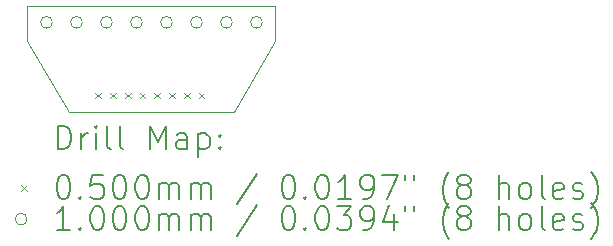
<source format=gbr>
%TF.GenerationSoftware,KiCad,Pcbnew,8.0.9*%
%TF.CreationDate,2026-01-03T01:42:26+09:00*%
%TF.ProjectId,Display,44697370-6c61-4792-9e6b-696361645f70,rev?*%
%TF.SameCoordinates,Original*%
%TF.FileFunction,Drillmap*%
%TF.FilePolarity,Positive*%
%FSLAX45Y45*%
G04 Gerber Fmt 4.5, Leading zero omitted, Abs format (unit mm)*
G04 Created by KiCad (PCBNEW 8.0.9) date 2026-01-03 01:42:26*
%MOMM*%
%LPD*%
G01*
G04 APERTURE LIST*
%ADD10C,0.050000*%
%ADD11C,0.200000*%
%ADD12C,0.100000*%
G04 APERTURE END LIST*
D10*
X15700000Y-10400000D02*
X16050000Y-9800000D01*
X16050000Y-9800000D02*
X16050000Y-9500000D01*
X13950000Y-9500000D02*
X16050000Y-9500000D01*
X13950000Y-9500000D02*
X13950000Y-9800000D01*
X14300000Y-10400000D02*
X13950000Y-9800000D01*
X14300000Y-10400000D02*
X15700000Y-10400000D01*
D11*
D12*
X14525000Y-10235000D02*
X14575000Y-10285000D01*
X14575000Y-10235000D02*
X14525000Y-10285000D01*
X14650000Y-10235000D02*
X14700000Y-10285000D01*
X14700000Y-10235000D02*
X14650000Y-10285000D01*
X14775000Y-10235000D02*
X14825000Y-10285000D01*
X14825000Y-10235000D02*
X14775000Y-10285000D01*
X14900000Y-10235000D02*
X14950000Y-10285000D01*
X14950000Y-10235000D02*
X14900000Y-10285000D01*
X15025000Y-10235000D02*
X15075000Y-10285000D01*
X15075000Y-10235000D02*
X15025000Y-10285000D01*
X15150000Y-10235000D02*
X15200000Y-10285000D01*
X15200000Y-10235000D02*
X15150000Y-10285000D01*
X15275000Y-10235000D02*
X15325000Y-10285000D01*
X15325000Y-10235000D02*
X15275000Y-10285000D01*
X15400000Y-10235000D02*
X15450000Y-10285000D01*
X15450000Y-10235000D02*
X15400000Y-10285000D01*
X14162000Y-9640000D02*
G75*
G02*
X14062000Y-9640000I-50000J0D01*
G01*
X14062000Y-9640000D02*
G75*
G02*
X14162000Y-9640000I50000J0D01*
G01*
X14416000Y-9640000D02*
G75*
G02*
X14316000Y-9640000I-50000J0D01*
G01*
X14316000Y-9640000D02*
G75*
G02*
X14416000Y-9640000I50000J0D01*
G01*
X14670000Y-9640000D02*
G75*
G02*
X14570000Y-9640000I-50000J0D01*
G01*
X14570000Y-9640000D02*
G75*
G02*
X14670000Y-9640000I50000J0D01*
G01*
X14924000Y-9640000D02*
G75*
G02*
X14824000Y-9640000I-50000J0D01*
G01*
X14824000Y-9640000D02*
G75*
G02*
X14924000Y-9640000I50000J0D01*
G01*
X15178000Y-9640000D02*
G75*
G02*
X15078000Y-9640000I-50000J0D01*
G01*
X15078000Y-9640000D02*
G75*
G02*
X15178000Y-9640000I50000J0D01*
G01*
X15432000Y-9640000D02*
G75*
G02*
X15332000Y-9640000I-50000J0D01*
G01*
X15332000Y-9640000D02*
G75*
G02*
X15432000Y-9640000I50000J0D01*
G01*
X15686000Y-9640000D02*
G75*
G02*
X15586000Y-9640000I-50000J0D01*
G01*
X15586000Y-9640000D02*
G75*
G02*
X15686000Y-9640000I50000J0D01*
G01*
X15940000Y-9640000D02*
G75*
G02*
X15840000Y-9640000I-50000J0D01*
G01*
X15840000Y-9640000D02*
G75*
G02*
X15940000Y-9640000I50000J0D01*
G01*
D11*
X14208277Y-10713984D02*
X14208277Y-10513984D01*
X14208277Y-10513984D02*
X14255896Y-10513984D01*
X14255896Y-10513984D02*
X14284467Y-10523508D01*
X14284467Y-10523508D02*
X14303515Y-10542555D01*
X14303515Y-10542555D02*
X14313039Y-10561603D01*
X14313039Y-10561603D02*
X14322562Y-10599698D01*
X14322562Y-10599698D02*
X14322562Y-10628270D01*
X14322562Y-10628270D02*
X14313039Y-10666365D01*
X14313039Y-10666365D02*
X14303515Y-10685412D01*
X14303515Y-10685412D02*
X14284467Y-10704460D01*
X14284467Y-10704460D02*
X14255896Y-10713984D01*
X14255896Y-10713984D02*
X14208277Y-10713984D01*
X14408277Y-10713984D02*
X14408277Y-10580650D01*
X14408277Y-10618746D02*
X14417801Y-10599698D01*
X14417801Y-10599698D02*
X14427324Y-10590174D01*
X14427324Y-10590174D02*
X14446372Y-10580650D01*
X14446372Y-10580650D02*
X14465420Y-10580650D01*
X14532086Y-10713984D02*
X14532086Y-10580650D01*
X14532086Y-10513984D02*
X14522562Y-10523508D01*
X14522562Y-10523508D02*
X14532086Y-10533031D01*
X14532086Y-10533031D02*
X14541610Y-10523508D01*
X14541610Y-10523508D02*
X14532086Y-10513984D01*
X14532086Y-10513984D02*
X14532086Y-10533031D01*
X14655896Y-10713984D02*
X14636848Y-10704460D01*
X14636848Y-10704460D02*
X14627324Y-10685412D01*
X14627324Y-10685412D02*
X14627324Y-10513984D01*
X14760658Y-10713984D02*
X14741610Y-10704460D01*
X14741610Y-10704460D02*
X14732086Y-10685412D01*
X14732086Y-10685412D02*
X14732086Y-10513984D01*
X14989229Y-10713984D02*
X14989229Y-10513984D01*
X14989229Y-10513984D02*
X15055896Y-10656841D01*
X15055896Y-10656841D02*
X15122562Y-10513984D01*
X15122562Y-10513984D02*
X15122562Y-10713984D01*
X15303515Y-10713984D02*
X15303515Y-10609222D01*
X15303515Y-10609222D02*
X15293991Y-10590174D01*
X15293991Y-10590174D02*
X15274943Y-10580650D01*
X15274943Y-10580650D02*
X15236848Y-10580650D01*
X15236848Y-10580650D02*
X15217801Y-10590174D01*
X15303515Y-10704460D02*
X15284467Y-10713984D01*
X15284467Y-10713984D02*
X15236848Y-10713984D01*
X15236848Y-10713984D02*
X15217801Y-10704460D01*
X15217801Y-10704460D02*
X15208277Y-10685412D01*
X15208277Y-10685412D02*
X15208277Y-10666365D01*
X15208277Y-10666365D02*
X15217801Y-10647317D01*
X15217801Y-10647317D02*
X15236848Y-10637793D01*
X15236848Y-10637793D02*
X15284467Y-10637793D01*
X15284467Y-10637793D02*
X15303515Y-10628270D01*
X15398753Y-10580650D02*
X15398753Y-10780650D01*
X15398753Y-10590174D02*
X15417801Y-10580650D01*
X15417801Y-10580650D02*
X15455896Y-10580650D01*
X15455896Y-10580650D02*
X15474943Y-10590174D01*
X15474943Y-10590174D02*
X15484467Y-10599698D01*
X15484467Y-10599698D02*
X15493991Y-10618746D01*
X15493991Y-10618746D02*
X15493991Y-10675889D01*
X15493991Y-10675889D02*
X15484467Y-10694936D01*
X15484467Y-10694936D02*
X15474943Y-10704460D01*
X15474943Y-10704460D02*
X15455896Y-10713984D01*
X15455896Y-10713984D02*
X15417801Y-10713984D01*
X15417801Y-10713984D02*
X15398753Y-10704460D01*
X15579705Y-10694936D02*
X15589229Y-10704460D01*
X15589229Y-10704460D02*
X15579705Y-10713984D01*
X15579705Y-10713984D02*
X15570182Y-10704460D01*
X15570182Y-10704460D02*
X15579705Y-10694936D01*
X15579705Y-10694936D02*
X15579705Y-10713984D01*
X15579705Y-10590174D02*
X15589229Y-10599698D01*
X15589229Y-10599698D02*
X15579705Y-10609222D01*
X15579705Y-10609222D02*
X15570182Y-10599698D01*
X15570182Y-10599698D02*
X15579705Y-10590174D01*
X15579705Y-10590174D02*
X15579705Y-10609222D01*
D12*
X13897500Y-11017500D02*
X13947500Y-11067500D01*
X13947500Y-11017500D02*
X13897500Y-11067500D01*
D11*
X14246372Y-10933984D02*
X14265420Y-10933984D01*
X14265420Y-10933984D02*
X14284467Y-10943508D01*
X14284467Y-10943508D02*
X14293991Y-10953031D01*
X14293991Y-10953031D02*
X14303515Y-10972079D01*
X14303515Y-10972079D02*
X14313039Y-11010174D01*
X14313039Y-11010174D02*
X14313039Y-11057793D01*
X14313039Y-11057793D02*
X14303515Y-11095889D01*
X14303515Y-11095889D02*
X14293991Y-11114936D01*
X14293991Y-11114936D02*
X14284467Y-11124460D01*
X14284467Y-11124460D02*
X14265420Y-11133984D01*
X14265420Y-11133984D02*
X14246372Y-11133984D01*
X14246372Y-11133984D02*
X14227324Y-11124460D01*
X14227324Y-11124460D02*
X14217801Y-11114936D01*
X14217801Y-11114936D02*
X14208277Y-11095889D01*
X14208277Y-11095889D02*
X14198753Y-11057793D01*
X14198753Y-11057793D02*
X14198753Y-11010174D01*
X14198753Y-11010174D02*
X14208277Y-10972079D01*
X14208277Y-10972079D02*
X14217801Y-10953031D01*
X14217801Y-10953031D02*
X14227324Y-10943508D01*
X14227324Y-10943508D02*
X14246372Y-10933984D01*
X14398753Y-11114936D02*
X14408277Y-11124460D01*
X14408277Y-11124460D02*
X14398753Y-11133984D01*
X14398753Y-11133984D02*
X14389229Y-11124460D01*
X14389229Y-11124460D02*
X14398753Y-11114936D01*
X14398753Y-11114936D02*
X14398753Y-11133984D01*
X14589229Y-10933984D02*
X14493991Y-10933984D01*
X14493991Y-10933984D02*
X14484467Y-11029222D01*
X14484467Y-11029222D02*
X14493991Y-11019698D01*
X14493991Y-11019698D02*
X14513039Y-11010174D01*
X14513039Y-11010174D02*
X14560658Y-11010174D01*
X14560658Y-11010174D02*
X14579705Y-11019698D01*
X14579705Y-11019698D02*
X14589229Y-11029222D01*
X14589229Y-11029222D02*
X14598753Y-11048270D01*
X14598753Y-11048270D02*
X14598753Y-11095889D01*
X14598753Y-11095889D02*
X14589229Y-11114936D01*
X14589229Y-11114936D02*
X14579705Y-11124460D01*
X14579705Y-11124460D02*
X14560658Y-11133984D01*
X14560658Y-11133984D02*
X14513039Y-11133984D01*
X14513039Y-11133984D02*
X14493991Y-11124460D01*
X14493991Y-11124460D02*
X14484467Y-11114936D01*
X14722562Y-10933984D02*
X14741610Y-10933984D01*
X14741610Y-10933984D02*
X14760658Y-10943508D01*
X14760658Y-10943508D02*
X14770182Y-10953031D01*
X14770182Y-10953031D02*
X14779705Y-10972079D01*
X14779705Y-10972079D02*
X14789229Y-11010174D01*
X14789229Y-11010174D02*
X14789229Y-11057793D01*
X14789229Y-11057793D02*
X14779705Y-11095889D01*
X14779705Y-11095889D02*
X14770182Y-11114936D01*
X14770182Y-11114936D02*
X14760658Y-11124460D01*
X14760658Y-11124460D02*
X14741610Y-11133984D01*
X14741610Y-11133984D02*
X14722562Y-11133984D01*
X14722562Y-11133984D02*
X14703515Y-11124460D01*
X14703515Y-11124460D02*
X14693991Y-11114936D01*
X14693991Y-11114936D02*
X14684467Y-11095889D01*
X14684467Y-11095889D02*
X14674943Y-11057793D01*
X14674943Y-11057793D02*
X14674943Y-11010174D01*
X14674943Y-11010174D02*
X14684467Y-10972079D01*
X14684467Y-10972079D02*
X14693991Y-10953031D01*
X14693991Y-10953031D02*
X14703515Y-10943508D01*
X14703515Y-10943508D02*
X14722562Y-10933984D01*
X14913039Y-10933984D02*
X14932086Y-10933984D01*
X14932086Y-10933984D02*
X14951134Y-10943508D01*
X14951134Y-10943508D02*
X14960658Y-10953031D01*
X14960658Y-10953031D02*
X14970182Y-10972079D01*
X14970182Y-10972079D02*
X14979705Y-11010174D01*
X14979705Y-11010174D02*
X14979705Y-11057793D01*
X14979705Y-11057793D02*
X14970182Y-11095889D01*
X14970182Y-11095889D02*
X14960658Y-11114936D01*
X14960658Y-11114936D02*
X14951134Y-11124460D01*
X14951134Y-11124460D02*
X14932086Y-11133984D01*
X14932086Y-11133984D02*
X14913039Y-11133984D01*
X14913039Y-11133984D02*
X14893991Y-11124460D01*
X14893991Y-11124460D02*
X14884467Y-11114936D01*
X14884467Y-11114936D02*
X14874943Y-11095889D01*
X14874943Y-11095889D02*
X14865420Y-11057793D01*
X14865420Y-11057793D02*
X14865420Y-11010174D01*
X14865420Y-11010174D02*
X14874943Y-10972079D01*
X14874943Y-10972079D02*
X14884467Y-10953031D01*
X14884467Y-10953031D02*
X14893991Y-10943508D01*
X14893991Y-10943508D02*
X14913039Y-10933984D01*
X15065420Y-11133984D02*
X15065420Y-11000650D01*
X15065420Y-11019698D02*
X15074943Y-11010174D01*
X15074943Y-11010174D02*
X15093991Y-11000650D01*
X15093991Y-11000650D02*
X15122563Y-11000650D01*
X15122563Y-11000650D02*
X15141610Y-11010174D01*
X15141610Y-11010174D02*
X15151134Y-11029222D01*
X15151134Y-11029222D02*
X15151134Y-11133984D01*
X15151134Y-11029222D02*
X15160658Y-11010174D01*
X15160658Y-11010174D02*
X15179705Y-11000650D01*
X15179705Y-11000650D02*
X15208277Y-11000650D01*
X15208277Y-11000650D02*
X15227324Y-11010174D01*
X15227324Y-11010174D02*
X15236848Y-11029222D01*
X15236848Y-11029222D02*
X15236848Y-11133984D01*
X15332086Y-11133984D02*
X15332086Y-11000650D01*
X15332086Y-11019698D02*
X15341610Y-11010174D01*
X15341610Y-11010174D02*
X15360658Y-11000650D01*
X15360658Y-11000650D02*
X15389229Y-11000650D01*
X15389229Y-11000650D02*
X15408277Y-11010174D01*
X15408277Y-11010174D02*
X15417801Y-11029222D01*
X15417801Y-11029222D02*
X15417801Y-11133984D01*
X15417801Y-11029222D02*
X15427324Y-11010174D01*
X15427324Y-11010174D02*
X15446372Y-11000650D01*
X15446372Y-11000650D02*
X15474943Y-11000650D01*
X15474943Y-11000650D02*
X15493991Y-11010174D01*
X15493991Y-11010174D02*
X15503515Y-11029222D01*
X15503515Y-11029222D02*
X15503515Y-11133984D01*
X15893991Y-10924460D02*
X15722563Y-11181603D01*
X16151134Y-10933984D02*
X16170182Y-10933984D01*
X16170182Y-10933984D02*
X16189229Y-10943508D01*
X16189229Y-10943508D02*
X16198753Y-10953031D01*
X16198753Y-10953031D02*
X16208277Y-10972079D01*
X16208277Y-10972079D02*
X16217801Y-11010174D01*
X16217801Y-11010174D02*
X16217801Y-11057793D01*
X16217801Y-11057793D02*
X16208277Y-11095889D01*
X16208277Y-11095889D02*
X16198753Y-11114936D01*
X16198753Y-11114936D02*
X16189229Y-11124460D01*
X16189229Y-11124460D02*
X16170182Y-11133984D01*
X16170182Y-11133984D02*
X16151134Y-11133984D01*
X16151134Y-11133984D02*
X16132086Y-11124460D01*
X16132086Y-11124460D02*
X16122563Y-11114936D01*
X16122563Y-11114936D02*
X16113039Y-11095889D01*
X16113039Y-11095889D02*
X16103515Y-11057793D01*
X16103515Y-11057793D02*
X16103515Y-11010174D01*
X16103515Y-11010174D02*
X16113039Y-10972079D01*
X16113039Y-10972079D02*
X16122563Y-10953031D01*
X16122563Y-10953031D02*
X16132086Y-10943508D01*
X16132086Y-10943508D02*
X16151134Y-10933984D01*
X16303515Y-11114936D02*
X16313039Y-11124460D01*
X16313039Y-11124460D02*
X16303515Y-11133984D01*
X16303515Y-11133984D02*
X16293991Y-11124460D01*
X16293991Y-11124460D02*
X16303515Y-11114936D01*
X16303515Y-11114936D02*
X16303515Y-11133984D01*
X16436848Y-10933984D02*
X16455896Y-10933984D01*
X16455896Y-10933984D02*
X16474944Y-10943508D01*
X16474944Y-10943508D02*
X16484467Y-10953031D01*
X16484467Y-10953031D02*
X16493991Y-10972079D01*
X16493991Y-10972079D02*
X16503515Y-11010174D01*
X16503515Y-11010174D02*
X16503515Y-11057793D01*
X16503515Y-11057793D02*
X16493991Y-11095889D01*
X16493991Y-11095889D02*
X16484467Y-11114936D01*
X16484467Y-11114936D02*
X16474944Y-11124460D01*
X16474944Y-11124460D02*
X16455896Y-11133984D01*
X16455896Y-11133984D02*
X16436848Y-11133984D01*
X16436848Y-11133984D02*
X16417801Y-11124460D01*
X16417801Y-11124460D02*
X16408277Y-11114936D01*
X16408277Y-11114936D02*
X16398753Y-11095889D01*
X16398753Y-11095889D02*
X16389229Y-11057793D01*
X16389229Y-11057793D02*
X16389229Y-11010174D01*
X16389229Y-11010174D02*
X16398753Y-10972079D01*
X16398753Y-10972079D02*
X16408277Y-10953031D01*
X16408277Y-10953031D02*
X16417801Y-10943508D01*
X16417801Y-10943508D02*
X16436848Y-10933984D01*
X16693991Y-11133984D02*
X16579706Y-11133984D01*
X16636848Y-11133984D02*
X16636848Y-10933984D01*
X16636848Y-10933984D02*
X16617801Y-10962555D01*
X16617801Y-10962555D02*
X16598753Y-10981603D01*
X16598753Y-10981603D02*
X16579706Y-10991127D01*
X16789229Y-11133984D02*
X16827325Y-11133984D01*
X16827325Y-11133984D02*
X16846372Y-11124460D01*
X16846372Y-11124460D02*
X16855896Y-11114936D01*
X16855896Y-11114936D02*
X16874944Y-11086365D01*
X16874944Y-11086365D02*
X16884468Y-11048270D01*
X16884468Y-11048270D02*
X16884468Y-10972079D01*
X16884468Y-10972079D02*
X16874944Y-10953031D01*
X16874944Y-10953031D02*
X16865420Y-10943508D01*
X16865420Y-10943508D02*
X16846372Y-10933984D01*
X16846372Y-10933984D02*
X16808277Y-10933984D01*
X16808277Y-10933984D02*
X16789229Y-10943508D01*
X16789229Y-10943508D02*
X16779706Y-10953031D01*
X16779706Y-10953031D02*
X16770182Y-10972079D01*
X16770182Y-10972079D02*
X16770182Y-11019698D01*
X16770182Y-11019698D02*
X16779706Y-11038746D01*
X16779706Y-11038746D02*
X16789229Y-11048270D01*
X16789229Y-11048270D02*
X16808277Y-11057793D01*
X16808277Y-11057793D02*
X16846372Y-11057793D01*
X16846372Y-11057793D02*
X16865420Y-11048270D01*
X16865420Y-11048270D02*
X16874944Y-11038746D01*
X16874944Y-11038746D02*
X16884468Y-11019698D01*
X16951134Y-10933984D02*
X17084468Y-10933984D01*
X17084468Y-10933984D02*
X16998753Y-11133984D01*
X17151134Y-10933984D02*
X17151134Y-10972079D01*
X17227325Y-10933984D02*
X17227325Y-10972079D01*
X17522563Y-11210174D02*
X17513039Y-11200650D01*
X17513039Y-11200650D02*
X17493991Y-11172079D01*
X17493991Y-11172079D02*
X17484468Y-11153031D01*
X17484468Y-11153031D02*
X17474944Y-11124460D01*
X17474944Y-11124460D02*
X17465420Y-11076841D01*
X17465420Y-11076841D02*
X17465420Y-11038746D01*
X17465420Y-11038746D02*
X17474944Y-10991127D01*
X17474944Y-10991127D02*
X17484468Y-10962555D01*
X17484468Y-10962555D02*
X17493991Y-10943508D01*
X17493991Y-10943508D02*
X17513039Y-10914936D01*
X17513039Y-10914936D02*
X17522563Y-10905412D01*
X17627325Y-11019698D02*
X17608277Y-11010174D01*
X17608277Y-11010174D02*
X17598753Y-11000650D01*
X17598753Y-11000650D02*
X17589230Y-10981603D01*
X17589230Y-10981603D02*
X17589230Y-10972079D01*
X17589230Y-10972079D02*
X17598753Y-10953031D01*
X17598753Y-10953031D02*
X17608277Y-10943508D01*
X17608277Y-10943508D02*
X17627325Y-10933984D01*
X17627325Y-10933984D02*
X17665420Y-10933984D01*
X17665420Y-10933984D02*
X17684468Y-10943508D01*
X17684468Y-10943508D02*
X17693991Y-10953031D01*
X17693991Y-10953031D02*
X17703515Y-10972079D01*
X17703515Y-10972079D02*
X17703515Y-10981603D01*
X17703515Y-10981603D02*
X17693991Y-11000650D01*
X17693991Y-11000650D02*
X17684468Y-11010174D01*
X17684468Y-11010174D02*
X17665420Y-11019698D01*
X17665420Y-11019698D02*
X17627325Y-11019698D01*
X17627325Y-11019698D02*
X17608277Y-11029222D01*
X17608277Y-11029222D02*
X17598753Y-11038746D01*
X17598753Y-11038746D02*
X17589230Y-11057793D01*
X17589230Y-11057793D02*
X17589230Y-11095889D01*
X17589230Y-11095889D02*
X17598753Y-11114936D01*
X17598753Y-11114936D02*
X17608277Y-11124460D01*
X17608277Y-11124460D02*
X17627325Y-11133984D01*
X17627325Y-11133984D02*
X17665420Y-11133984D01*
X17665420Y-11133984D02*
X17684468Y-11124460D01*
X17684468Y-11124460D02*
X17693991Y-11114936D01*
X17693991Y-11114936D02*
X17703515Y-11095889D01*
X17703515Y-11095889D02*
X17703515Y-11057793D01*
X17703515Y-11057793D02*
X17693991Y-11038746D01*
X17693991Y-11038746D02*
X17684468Y-11029222D01*
X17684468Y-11029222D02*
X17665420Y-11019698D01*
X17941611Y-11133984D02*
X17941611Y-10933984D01*
X18027325Y-11133984D02*
X18027325Y-11029222D01*
X18027325Y-11029222D02*
X18017801Y-11010174D01*
X18017801Y-11010174D02*
X17998753Y-11000650D01*
X17998753Y-11000650D02*
X17970182Y-11000650D01*
X17970182Y-11000650D02*
X17951134Y-11010174D01*
X17951134Y-11010174D02*
X17941611Y-11019698D01*
X18151134Y-11133984D02*
X18132087Y-11124460D01*
X18132087Y-11124460D02*
X18122563Y-11114936D01*
X18122563Y-11114936D02*
X18113039Y-11095889D01*
X18113039Y-11095889D02*
X18113039Y-11038746D01*
X18113039Y-11038746D02*
X18122563Y-11019698D01*
X18122563Y-11019698D02*
X18132087Y-11010174D01*
X18132087Y-11010174D02*
X18151134Y-11000650D01*
X18151134Y-11000650D02*
X18179706Y-11000650D01*
X18179706Y-11000650D02*
X18198753Y-11010174D01*
X18198753Y-11010174D02*
X18208277Y-11019698D01*
X18208277Y-11019698D02*
X18217801Y-11038746D01*
X18217801Y-11038746D02*
X18217801Y-11095889D01*
X18217801Y-11095889D02*
X18208277Y-11114936D01*
X18208277Y-11114936D02*
X18198753Y-11124460D01*
X18198753Y-11124460D02*
X18179706Y-11133984D01*
X18179706Y-11133984D02*
X18151134Y-11133984D01*
X18332087Y-11133984D02*
X18313039Y-11124460D01*
X18313039Y-11124460D02*
X18303515Y-11105412D01*
X18303515Y-11105412D02*
X18303515Y-10933984D01*
X18484468Y-11124460D02*
X18465420Y-11133984D01*
X18465420Y-11133984D02*
X18427325Y-11133984D01*
X18427325Y-11133984D02*
X18408277Y-11124460D01*
X18408277Y-11124460D02*
X18398753Y-11105412D01*
X18398753Y-11105412D02*
X18398753Y-11029222D01*
X18398753Y-11029222D02*
X18408277Y-11010174D01*
X18408277Y-11010174D02*
X18427325Y-11000650D01*
X18427325Y-11000650D02*
X18465420Y-11000650D01*
X18465420Y-11000650D02*
X18484468Y-11010174D01*
X18484468Y-11010174D02*
X18493992Y-11029222D01*
X18493992Y-11029222D02*
X18493992Y-11048270D01*
X18493992Y-11048270D02*
X18398753Y-11067317D01*
X18570182Y-11124460D02*
X18589230Y-11133984D01*
X18589230Y-11133984D02*
X18627325Y-11133984D01*
X18627325Y-11133984D02*
X18646373Y-11124460D01*
X18646373Y-11124460D02*
X18655896Y-11105412D01*
X18655896Y-11105412D02*
X18655896Y-11095889D01*
X18655896Y-11095889D02*
X18646373Y-11076841D01*
X18646373Y-11076841D02*
X18627325Y-11067317D01*
X18627325Y-11067317D02*
X18598753Y-11067317D01*
X18598753Y-11067317D02*
X18579706Y-11057793D01*
X18579706Y-11057793D02*
X18570182Y-11038746D01*
X18570182Y-11038746D02*
X18570182Y-11029222D01*
X18570182Y-11029222D02*
X18579706Y-11010174D01*
X18579706Y-11010174D02*
X18598753Y-11000650D01*
X18598753Y-11000650D02*
X18627325Y-11000650D01*
X18627325Y-11000650D02*
X18646373Y-11010174D01*
X18722563Y-11210174D02*
X18732087Y-11200650D01*
X18732087Y-11200650D02*
X18751134Y-11172079D01*
X18751134Y-11172079D02*
X18760658Y-11153031D01*
X18760658Y-11153031D02*
X18770182Y-11124460D01*
X18770182Y-11124460D02*
X18779706Y-11076841D01*
X18779706Y-11076841D02*
X18779706Y-11038746D01*
X18779706Y-11038746D02*
X18770182Y-10991127D01*
X18770182Y-10991127D02*
X18760658Y-10962555D01*
X18760658Y-10962555D02*
X18751134Y-10943508D01*
X18751134Y-10943508D02*
X18732087Y-10914936D01*
X18732087Y-10914936D02*
X18722563Y-10905412D01*
D12*
X13947500Y-11306500D02*
G75*
G02*
X13847500Y-11306500I-50000J0D01*
G01*
X13847500Y-11306500D02*
G75*
G02*
X13947500Y-11306500I50000J0D01*
G01*
D11*
X14313039Y-11397984D02*
X14198753Y-11397984D01*
X14255896Y-11397984D02*
X14255896Y-11197984D01*
X14255896Y-11197984D02*
X14236848Y-11226555D01*
X14236848Y-11226555D02*
X14217801Y-11245603D01*
X14217801Y-11245603D02*
X14198753Y-11255127D01*
X14398753Y-11378936D02*
X14408277Y-11388460D01*
X14408277Y-11388460D02*
X14398753Y-11397984D01*
X14398753Y-11397984D02*
X14389229Y-11388460D01*
X14389229Y-11388460D02*
X14398753Y-11378936D01*
X14398753Y-11378936D02*
X14398753Y-11397984D01*
X14532086Y-11197984D02*
X14551134Y-11197984D01*
X14551134Y-11197984D02*
X14570182Y-11207508D01*
X14570182Y-11207508D02*
X14579705Y-11217031D01*
X14579705Y-11217031D02*
X14589229Y-11236079D01*
X14589229Y-11236079D02*
X14598753Y-11274174D01*
X14598753Y-11274174D02*
X14598753Y-11321793D01*
X14598753Y-11321793D02*
X14589229Y-11359888D01*
X14589229Y-11359888D02*
X14579705Y-11378936D01*
X14579705Y-11378936D02*
X14570182Y-11388460D01*
X14570182Y-11388460D02*
X14551134Y-11397984D01*
X14551134Y-11397984D02*
X14532086Y-11397984D01*
X14532086Y-11397984D02*
X14513039Y-11388460D01*
X14513039Y-11388460D02*
X14503515Y-11378936D01*
X14503515Y-11378936D02*
X14493991Y-11359888D01*
X14493991Y-11359888D02*
X14484467Y-11321793D01*
X14484467Y-11321793D02*
X14484467Y-11274174D01*
X14484467Y-11274174D02*
X14493991Y-11236079D01*
X14493991Y-11236079D02*
X14503515Y-11217031D01*
X14503515Y-11217031D02*
X14513039Y-11207508D01*
X14513039Y-11207508D02*
X14532086Y-11197984D01*
X14722562Y-11197984D02*
X14741610Y-11197984D01*
X14741610Y-11197984D02*
X14760658Y-11207508D01*
X14760658Y-11207508D02*
X14770182Y-11217031D01*
X14770182Y-11217031D02*
X14779705Y-11236079D01*
X14779705Y-11236079D02*
X14789229Y-11274174D01*
X14789229Y-11274174D02*
X14789229Y-11321793D01*
X14789229Y-11321793D02*
X14779705Y-11359888D01*
X14779705Y-11359888D02*
X14770182Y-11378936D01*
X14770182Y-11378936D02*
X14760658Y-11388460D01*
X14760658Y-11388460D02*
X14741610Y-11397984D01*
X14741610Y-11397984D02*
X14722562Y-11397984D01*
X14722562Y-11397984D02*
X14703515Y-11388460D01*
X14703515Y-11388460D02*
X14693991Y-11378936D01*
X14693991Y-11378936D02*
X14684467Y-11359888D01*
X14684467Y-11359888D02*
X14674943Y-11321793D01*
X14674943Y-11321793D02*
X14674943Y-11274174D01*
X14674943Y-11274174D02*
X14684467Y-11236079D01*
X14684467Y-11236079D02*
X14693991Y-11217031D01*
X14693991Y-11217031D02*
X14703515Y-11207508D01*
X14703515Y-11207508D02*
X14722562Y-11197984D01*
X14913039Y-11197984D02*
X14932086Y-11197984D01*
X14932086Y-11197984D02*
X14951134Y-11207508D01*
X14951134Y-11207508D02*
X14960658Y-11217031D01*
X14960658Y-11217031D02*
X14970182Y-11236079D01*
X14970182Y-11236079D02*
X14979705Y-11274174D01*
X14979705Y-11274174D02*
X14979705Y-11321793D01*
X14979705Y-11321793D02*
X14970182Y-11359888D01*
X14970182Y-11359888D02*
X14960658Y-11378936D01*
X14960658Y-11378936D02*
X14951134Y-11388460D01*
X14951134Y-11388460D02*
X14932086Y-11397984D01*
X14932086Y-11397984D02*
X14913039Y-11397984D01*
X14913039Y-11397984D02*
X14893991Y-11388460D01*
X14893991Y-11388460D02*
X14884467Y-11378936D01*
X14884467Y-11378936D02*
X14874943Y-11359888D01*
X14874943Y-11359888D02*
X14865420Y-11321793D01*
X14865420Y-11321793D02*
X14865420Y-11274174D01*
X14865420Y-11274174D02*
X14874943Y-11236079D01*
X14874943Y-11236079D02*
X14884467Y-11217031D01*
X14884467Y-11217031D02*
X14893991Y-11207508D01*
X14893991Y-11207508D02*
X14913039Y-11197984D01*
X15065420Y-11397984D02*
X15065420Y-11264650D01*
X15065420Y-11283698D02*
X15074943Y-11274174D01*
X15074943Y-11274174D02*
X15093991Y-11264650D01*
X15093991Y-11264650D02*
X15122563Y-11264650D01*
X15122563Y-11264650D02*
X15141610Y-11274174D01*
X15141610Y-11274174D02*
X15151134Y-11293222D01*
X15151134Y-11293222D02*
X15151134Y-11397984D01*
X15151134Y-11293222D02*
X15160658Y-11274174D01*
X15160658Y-11274174D02*
X15179705Y-11264650D01*
X15179705Y-11264650D02*
X15208277Y-11264650D01*
X15208277Y-11264650D02*
X15227324Y-11274174D01*
X15227324Y-11274174D02*
X15236848Y-11293222D01*
X15236848Y-11293222D02*
X15236848Y-11397984D01*
X15332086Y-11397984D02*
X15332086Y-11264650D01*
X15332086Y-11283698D02*
X15341610Y-11274174D01*
X15341610Y-11274174D02*
X15360658Y-11264650D01*
X15360658Y-11264650D02*
X15389229Y-11264650D01*
X15389229Y-11264650D02*
X15408277Y-11274174D01*
X15408277Y-11274174D02*
X15417801Y-11293222D01*
X15417801Y-11293222D02*
X15417801Y-11397984D01*
X15417801Y-11293222D02*
X15427324Y-11274174D01*
X15427324Y-11274174D02*
X15446372Y-11264650D01*
X15446372Y-11264650D02*
X15474943Y-11264650D01*
X15474943Y-11264650D02*
X15493991Y-11274174D01*
X15493991Y-11274174D02*
X15503515Y-11293222D01*
X15503515Y-11293222D02*
X15503515Y-11397984D01*
X15893991Y-11188460D02*
X15722563Y-11445603D01*
X16151134Y-11197984D02*
X16170182Y-11197984D01*
X16170182Y-11197984D02*
X16189229Y-11207508D01*
X16189229Y-11207508D02*
X16198753Y-11217031D01*
X16198753Y-11217031D02*
X16208277Y-11236079D01*
X16208277Y-11236079D02*
X16217801Y-11274174D01*
X16217801Y-11274174D02*
X16217801Y-11321793D01*
X16217801Y-11321793D02*
X16208277Y-11359888D01*
X16208277Y-11359888D02*
X16198753Y-11378936D01*
X16198753Y-11378936D02*
X16189229Y-11388460D01*
X16189229Y-11388460D02*
X16170182Y-11397984D01*
X16170182Y-11397984D02*
X16151134Y-11397984D01*
X16151134Y-11397984D02*
X16132086Y-11388460D01*
X16132086Y-11388460D02*
X16122563Y-11378936D01*
X16122563Y-11378936D02*
X16113039Y-11359888D01*
X16113039Y-11359888D02*
X16103515Y-11321793D01*
X16103515Y-11321793D02*
X16103515Y-11274174D01*
X16103515Y-11274174D02*
X16113039Y-11236079D01*
X16113039Y-11236079D02*
X16122563Y-11217031D01*
X16122563Y-11217031D02*
X16132086Y-11207508D01*
X16132086Y-11207508D02*
X16151134Y-11197984D01*
X16303515Y-11378936D02*
X16313039Y-11388460D01*
X16313039Y-11388460D02*
X16303515Y-11397984D01*
X16303515Y-11397984D02*
X16293991Y-11388460D01*
X16293991Y-11388460D02*
X16303515Y-11378936D01*
X16303515Y-11378936D02*
X16303515Y-11397984D01*
X16436848Y-11197984D02*
X16455896Y-11197984D01*
X16455896Y-11197984D02*
X16474944Y-11207508D01*
X16474944Y-11207508D02*
X16484467Y-11217031D01*
X16484467Y-11217031D02*
X16493991Y-11236079D01*
X16493991Y-11236079D02*
X16503515Y-11274174D01*
X16503515Y-11274174D02*
X16503515Y-11321793D01*
X16503515Y-11321793D02*
X16493991Y-11359888D01*
X16493991Y-11359888D02*
X16484467Y-11378936D01*
X16484467Y-11378936D02*
X16474944Y-11388460D01*
X16474944Y-11388460D02*
X16455896Y-11397984D01*
X16455896Y-11397984D02*
X16436848Y-11397984D01*
X16436848Y-11397984D02*
X16417801Y-11388460D01*
X16417801Y-11388460D02*
X16408277Y-11378936D01*
X16408277Y-11378936D02*
X16398753Y-11359888D01*
X16398753Y-11359888D02*
X16389229Y-11321793D01*
X16389229Y-11321793D02*
X16389229Y-11274174D01*
X16389229Y-11274174D02*
X16398753Y-11236079D01*
X16398753Y-11236079D02*
X16408277Y-11217031D01*
X16408277Y-11217031D02*
X16417801Y-11207508D01*
X16417801Y-11207508D02*
X16436848Y-11197984D01*
X16570182Y-11197984D02*
X16693991Y-11197984D01*
X16693991Y-11197984D02*
X16627325Y-11274174D01*
X16627325Y-11274174D02*
X16655896Y-11274174D01*
X16655896Y-11274174D02*
X16674944Y-11283698D01*
X16674944Y-11283698D02*
X16684467Y-11293222D01*
X16684467Y-11293222D02*
X16693991Y-11312269D01*
X16693991Y-11312269D02*
X16693991Y-11359888D01*
X16693991Y-11359888D02*
X16684467Y-11378936D01*
X16684467Y-11378936D02*
X16674944Y-11388460D01*
X16674944Y-11388460D02*
X16655896Y-11397984D01*
X16655896Y-11397984D02*
X16598753Y-11397984D01*
X16598753Y-11397984D02*
X16579706Y-11388460D01*
X16579706Y-11388460D02*
X16570182Y-11378936D01*
X16789229Y-11397984D02*
X16827325Y-11397984D01*
X16827325Y-11397984D02*
X16846372Y-11388460D01*
X16846372Y-11388460D02*
X16855896Y-11378936D01*
X16855896Y-11378936D02*
X16874944Y-11350365D01*
X16874944Y-11350365D02*
X16884468Y-11312269D01*
X16884468Y-11312269D02*
X16884468Y-11236079D01*
X16884468Y-11236079D02*
X16874944Y-11217031D01*
X16874944Y-11217031D02*
X16865420Y-11207508D01*
X16865420Y-11207508D02*
X16846372Y-11197984D01*
X16846372Y-11197984D02*
X16808277Y-11197984D01*
X16808277Y-11197984D02*
X16789229Y-11207508D01*
X16789229Y-11207508D02*
X16779706Y-11217031D01*
X16779706Y-11217031D02*
X16770182Y-11236079D01*
X16770182Y-11236079D02*
X16770182Y-11283698D01*
X16770182Y-11283698D02*
X16779706Y-11302746D01*
X16779706Y-11302746D02*
X16789229Y-11312269D01*
X16789229Y-11312269D02*
X16808277Y-11321793D01*
X16808277Y-11321793D02*
X16846372Y-11321793D01*
X16846372Y-11321793D02*
X16865420Y-11312269D01*
X16865420Y-11312269D02*
X16874944Y-11302746D01*
X16874944Y-11302746D02*
X16884468Y-11283698D01*
X17055896Y-11264650D02*
X17055896Y-11397984D01*
X17008277Y-11188460D02*
X16960658Y-11331317D01*
X16960658Y-11331317D02*
X17084468Y-11331317D01*
X17151134Y-11197984D02*
X17151134Y-11236079D01*
X17227325Y-11197984D02*
X17227325Y-11236079D01*
X17522563Y-11474174D02*
X17513039Y-11464650D01*
X17513039Y-11464650D02*
X17493991Y-11436079D01*
X17493991Y-11436079D02*
X17484468Y-11417031D01*
X17484468Y-11417031D02*
X17474944Y-11388460D01*
X17474944Y-11388460D02*
X17465420Y-11340841D01*
X17465420Y-11340841D02*
X17465420Y-11302746D01*
X17465420Y-11302746D02*
X17474944Y-11255127D01*
X17474944Y-11255127D02*
X17484468Y-11226555D01*
X17484468Y-11226555D02*
X17493991Y-11207508D01*
X17493991Y-11207508D02*
X17513039Y-11178936D01*
X17513039Y-11178936D02*
X17522563Y-11169412D01*
X17627325Y-11283698D02*
X17608277Y-11274174D01*
X17608277Y-11274174D02*
X17598753Y-11264650D01*
X17598753Y-11264650D02*
X17589230Y-11245603D01*
X17589230Y-11245603D02*
X17589230Y-11236079D01*
X17589230Y-11236079D02*
X17598753Y-11217031D01*
X17598753Y-11217031D02*
X17608277Y-11207508D01*
X17608277Y-11207508D02*
X17627325Y-11197984D01*
X17627325Y-11197984D02*
X17665420Y-11197984D01*
X17665420Y-11197984D02*
X17684468Y-11207508D01*
X17684468Y-11207508D02*
X17693991Y-11217031D01*
X17693991Y-11217031D02*
X17703515Y-11236079D01*
X17703515Y-11236079D02*
X17703515Y-11245603D01*
X17703515Y-11245603D02*
X17693991Y-11264650D01*
X17693991Y-11264650D02*
X17684468Y-11274174D01*
X17684468Y-11274174D02*
X17665420Y-11283698D01*
X17665420Y-11283698D02*
X17627325Y-11283698D01*
X17627325Y-11283698D02*
X17608277Y-11293222D01*
X17608277Y-11293222D02*
X17598753Y-11302746D01*
X17598753Y-11302746D02*
X17589230Y-11321793D01*
X17589230Y-11321793D02*
X17589230Y-11359888D01*
X17589230Y-11359888D02*
X17598753Y-11378936D01*
X17598753Y-11378936D02*
X17608277Y-11388460D01*
X17608277Y-11388460D02*
X17627325Y-11397984D01*
X17627325Y-11397984D02*
X17665420Y-11397984D01*
X17665420Y-11397984D02*
X17684468Y-11388460D01*
X17684468Y-11388460D02*
X17693991Y-11378936D01*
X17693991Y-11378936D02*
X17703515Y-11359888D01*
X17703515Y-11359888D02*
X17703515Y-11321793D01*
X17703515Y-11321793D02*
X17693991Y-11302746D01*
X17693991Y-11302746D02*
X17684468Y-11293222D01*
X17684468Y-11293222D02*
X17665420Y-11283698D01*
X17941611Y-11397984D02*
X17941611Y-11197984D01*
X18027325Y-11397984D02*
X18027325Y-11293222D01*
X18027325Y-11293222D02*
X18017801Y-11274174D01*
X18017801Y-11274174D02*
X17998753Y-11264650D01*
X17998753Y-11264650D02*
X17970182Y-11264650D01*
X17970182Y-11264650D02*
X17951134Y-11274174D01*
X17951134Y-11274174D02*
X17941611Y-11283698D01*
X18151134Y-11397984D02*
X18132087Y-11388460D01*
X18132087Y-11388460D02*
X18122563Y-11378936D01*
X18122563Y-11378936D02*
X18113039Y-11359888D01*
X18113039Y-11359888D02*
X18113039Y-11302746D01*
X18113039Y-11302746D02*
X18122563Y-11283698D01*
X18122563Y-11283698D02*
X18132087Y-11274174D01*
X18132087Y-11274174D02*
X18151134Y-11264650D01*
X18151134Y-11264650D02*
X18179706Y-11264650D01*
X18179706Y-11264650D02*
X18198753Y-11274174D01*
X18198753Y-11274174D02*
X18208277Y-11283698D01*
X18208277Y-11283698D02*
X18217801Y-11302746D01*
X18217801Y-11302746D02*
X18217801Y-11359888D01*
X18217801Y-11359888D02*
X18208277Y-11378936D01*
X18208277Y-11378936D02*
X18198753Y-11388460D01*
X18198753Y-11388460D02*
X18179706Y-11397984D01*
X18179706Y-11397984D02*
X18151134Y-11397984D01*
X18332087Y-11397984D02*
X18313039Y-11388460D01*
X18313039Y-11388460D02*
X18303515Y-11369412D01*
X18303515Y-11369412D02*
X18303515Y-11197984D01*
X18484468Y-11388460D02*
X18465420Y-11397984D01*
X18465420Y-11397984D02*
X18427325Y-11397984D01*
X18427325Y-11397984D02*
X18408277Y-11388460D01*
X18408277Y-11388460D02*
X18398753Y-11369412D01*
X18398753Y-11369412D02*
X18398753Y-11293222D01*
X18398753Y-11293222D02*
X18408277Y-11274174D01*
X18408277Y-11274174D02*
X18427325Y-11264650D01*
X18427325Y-11264650D02*
X18465420Y-11264650D01*
X18465420Y-11264650D02*
X18484468Y-11274174D01*
X18484468Y-11274174D02*
X18493992Y-11293222D01*
X18493992Y-11293222D02*
X18493992Y-11312269D01*
X18493992Y-11312269D02*
X18398753Y-11331317D01*
X18570182Y-11388460D02*
X18589230Y-11397984D01*
X18589230Y-11397984D02*
X18627325Y-11397984D01*
X18627325Y-11397984D02*
X18646373Y-11388460D01*
X18646373Y-11388460D02*
X18655896Y-11369412D01*
X18655896Y-11369412D02*
X18655896Y-11359888D01*
X18655896Y-11359888D02*
X18646373Y-11340841D01*
X18646373Y-11340841D02*
X18627325Y-11331317D01*
X18627325Y-11331317D02*
X18598753Y-11331317D01*
X18598753Y-11331317D02*
X18579706Y-11321793D01*
X18579706Y-11321793D02*
X18570182Y-11302746D01*
X18570182Y-11302746D02*
X18570182Y-11293222D01*
X18570182Y-11293222D02*
X18579706Y-11274174D01*
X18579706Y-11274174D02*
X18598753Y-11264650D01*
X18598753Y-11264650D02*
X18627325Y-11264650D01*
X18627325Y-11264650D02*
X18646373Y-11274174D01*
X18722563Y-11474174D02*
X18732087Y-11464650D01*
X18732087Y-11464650D02*
X18751134Y-11436079D01*
X18751134Y-11436079D02*
X18760658Y-11417031D01*
X18760658Y-11417031D02*
X18770182Y-11388460D01*
X18770182Y-11388460D02*
X18779706Y-11340841D01*
X18779706Y-11340841D02*
X18779706Y-11302746D01*
X18779706Y-11302746D02*
X18770182Y-11255127D01*
X18770182Y-11255127D02*
X18760658Y-11226555D01*
X18760658Y-11226555D02*
X18751134Y-11207508D01*
X18751134Y-11207508D02*
X18732087Y-11178936D01*
X18732087Y-11178936D02*
X18722563Y-11169412D01*
M02*

</source>
